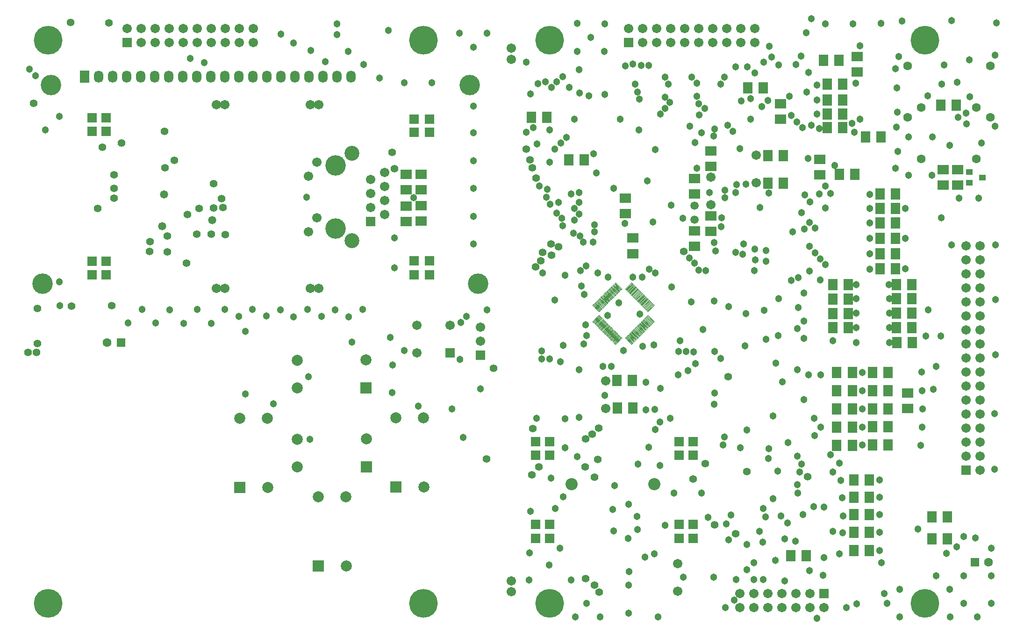
<source format=gbs>
%FSLAX43Y43*%
%MOMM*%
G71*
G01*
G75*
%ADD10C,0.300*%
%ADD11R,1.800X1.600*%
%ADD12R,1.500X1.300*%
%ADD13O,1.800X0.350*%
%ADD14O,1.800X0.350*%
%ADD15R,2.500X0.500*%
%ADD16R,2.500X2.000*%
%ADD17R,1.600X1.800*%
%ADD18R,2.150X0.600*%
%ADD19R,2.150X0.600*%
%ADD20R,0.850X1.300*%
%ADD21R,1.300X0.850*%
%ADD22R,1.450X0.550*%
%ADD23R,1.450X0.550*%
%ADD24C,0.250*%
%ADD25R,0.300X1.600*%
%ADD26R,2.200X0.600*%
%ADD27R,2.700X2.500*%
%ADD28R,0.600X2.150*%
%ADD29R,1.550X0.600*%
%ADD30R,0.600X1.700*%
%ADD31R,1.300X1.500*%
%ADD32R,1.550X0.600*%
%ADD33R,2.200X0.550*%
%ADD34R,2.200X0.550*%
%ADD35R,2.200X0.600*%
%ADD36C,0.063*%
%ADD37R,0.600X2.150*%
%ADD38R,1.700X0.600*%
%ADD39R,1.700X0.600*%
%ADD40C,0.500*%
%ADD41C,1.000*%
%ADD42C,0.400*%
%ADD43C,0.600*%
%ADD44C,0.800*%
%ADD45C,0.100*%
%ADD46C,1.200*%
%ADD47R,1.500X1.500*%
%ADD48C,1.500*%
%ADD49C,1.800*%
%ADD50R,1.800X1.800*%
%ADD51O,1.500X2.000*%
%ADD52R,1.500X2.000*%
%ADD53R,1.400X1.400*%
%ADD54C,1.400*%
%ADD55C,2.500*%
%ADD56C,3.500*%
%ADD57C,5.000*%
%ADD58C,1.100*%
%ADD59C,1.500*%
%ADD60C,2.000*%
%ADD61C,1.300*%
%ADD62C,1.270*%
%ADD63R,0.950X0.900*%
%ADD64C,0.700*%
%ADD65R,2.003X1.803*%
%ADD66R,1.703X1.503*%
%ADD67O,2.003X0.553*%
%ADD68O,2.003X0.553*%
%ADD69R,2.703X0.703*%
%ADD70R,2.703X2.203*%
%ADD71R,1.803X2.003*%
%ADD72R,2.353X0.803*%
%ADD73R,2.353X0.803*%
%ADD74R,1.053X1.503*%
%ADD75R,1.503X1.053*%
%ADD76R,1.653X0.753*%
%ADD77R,1.653X0.753*%
%ADD78R,0.503X1.803*%
%ADD79R,2.403X0.803*%
%ADD80R,2.903X2.703*%
%ADD81R,0.803X2.353*%
%ADD82R,1.753X0.803*%
%ADD83R,0.803X1.903*%
%ADD84R,1.503X1.703*%
%ADD85R,1.753X0.803*%
%ADD86R,2.403X0.753*%
%ADD87R,2.403X0.753*%
%ADD88R,2.403X0.803*%
%ADD89R,0.803X2.353*%
%ADD90R,1.903X0.803*%
%ADD91R,1.903X0.803*%
%ADD92C,1.403*%
%ADD93R,1.703X1.703*%
%ADD94C,1.703*%
%ADD95C,2.003*%
%ADD96R,2.003X2.003*%
%ADD97O,1.703X2.203*%
%ADD98R,1.703X2.203*%
%ADD99R,1.603X1.603*%
%ADD100C,1.603*%
%ADD101C,2.703*%
%ADD102C,3.703*%
%ADD103C,5.203*%
%ADD104C,1.303*%
%ADD105C,1.703*%
%ADD106C,2.203*%
%ADD107C,1.503*%
%ADD108C,1.473*%
%ADD109R,1.153X1.103*%
D45*
X107703Y52661D02*
X107418Y52946D01*
X108587Y54115D01*
X108872Y53830D01*
X107703Y52661D01*
Y52778D02*
X107536Y52946D01*
X108587Y53997D01*
X108755Y53830D01*
X107703Y52778D01*
Y52896D02*
X107654Y52946D01*
X108587Y53879D01*
X108637Y53830D01*
X107703Y52896D01*
X107747Y52971D02*
X108544Y53804D01*
X115484Y55421D02*
X115199Y55135D01*
X114030Y56304D01*
X114315Y56590D01*
X115484Y55421D01*
X115366D02*
X115199Y55253D01*
X114148Y56304D01*
X114315Y56472D01*
X115366Y55421D01*
X115248D02*
X115199Y55371D01*
X114265Y56304D01*
X114315Y56354D01*
X115248Y55421D01*
X115173Y55464D02*
X114340Y56261D01*
X115130Y55067D02*
X114845Y54782D01*
X113676Y55951D01*
X113961Y56236D01*
X115130Y55067D01*
X115012D02*
X114845Y54900D01*
X113794Y55951D01*
X113961Y56118D01*
X115012Y55067D01*
X114895D02*
X114845Y55018D01*
X113912Y55951D01*
X113961Y56000D01*
X114895Y55067D01*
X114820Y55110D02*
X113987Y55908D01*
X114777Y54713D02*
X114492Y54428D01*
X113323Y55597D01*
X113608Y55882D01*
X114777Y54713D01*
X114659D02*
X114492Y54546D01*
X113440Y55597D01*
X113608Y55765D01*
X114659Y54713D01*
X114541D02*
X114492Y54664D01*
X113558Y55597D01*
X113608Y55647D01*
X114541Y54713D01*
X114466Y54757D02*
X113633Y55554D01*
X114423Y54360D02*
X114138Y54075D01*
X112969Y55244D01*
X113254Y55529D01*
X114423Y54360D01*
X114305D02*
X114138Y54193D01*
X113087Y55244D01*
X113254Y55411D01*
X114305Y54360D01*
X114187D02*
X114138Y54311D01*
X113205Y55244D01*
X113254Y55293D01*
X114187Y54360D01*
X114113Y54403D02*
X113279Y55201D01*
X114070Y54006D02*
X113784Y53721D01*
X112615Y54890D01*
X112901Y55175D01*
X114070Y54006D01*
X113952D02*
X113784Y53839D01*
X112733Y54890D01*
X112901Y55057D01*
X113952Y54006D01*
X113834D02*
X113784Y53957D01*
X112851Y54890D01*
X112901Y54940D01*
X113834Y54006D01*
X113759Y54050D02*
X112926Y54847D01*
X113716Y53653D02*
X113431Y53368D01*
X112262Y54537D01*
X112547Y54822D01*
X113716Y53653D01*
X113598D02*
X113431Y53486D01*
X112380Y54537D01*
X112547Y54704D01*
X113598Y53653D01*
X113480D02*
X113431Y53603D01*
X112498Y54537D01*
X112547Y54586D01*
X113480Y53653D01*
X113406Y53696D02*
X112572Y54493D01*
X113362Y53299D02*
X113077Y53014D01*
X111908Y54183D01*
X112193Y54468D01*
X113362Y53299D01*
X113245D02*
X113077Y53132D01*
X112026Y54183D01*
X112193Y54350D01*
X113245Y53299D01*
X113127D02*
X113077Y53250D01*
X112144Y54183D01*
X112193Y54233D01*
X113127Y53299D01*
X113052Y53342D02*
X112219Y54140D01*
X113009Y52946D02*
X112724Y52661D01*
X111555Y53830D01*
X111840Y54115D01*
X113009Y52946D01*
X112891D02*
X112724Y52778D01*
X111673Y53830D01*
X111840Y53997D01*
X112891Y52946D01*
X112773D02*
X112724Y52896D01*
X111791Y53830D01*
X111840Y53879D01*
X112773Y52946D01*
X112699Y52989D02*
X111865Y53786D01*
X112655Y52592D02*
X112370Y52307D01*
X111201Y53476D01*
X111486Y53761D01*
X112655Y52592D01*
X112538D02*
X112370Y52425D01*
X111319Y53476D01*
X111486Y53643D01*
X112538Y52592D01*
X112420D02*
X112370Y52543D01*
X111437Y53476D01*
X111486Y53525D01*
X112420Y52592D01*
X112345Y52635D02*
X111512Y53433D01*
X112302Y52239D02*
X112017Y51953D01*
X110848Y53122D01*
X111133Y53408D01*
X112302Y52239D01*
X112184D02*
X112017Y52071D01*
X110966Y53122D01*
X111133Y53290D01*
X112184Y52239D01*
X112066D02*
X112017Y52189D01*
X111083Y53122D01*
X111133Y53172D01*
X112066Y52239D01*
X111991Y52282D02*
X111158Y53079D01*
X111948Y51885D02*
X111663Y51600D01*
X110494Y52769D01*
X110779Y53054D01*
X111948Y51885D01*
X111830D02*
X111663Y51718D01*
X110612Y52769D01*
X110779Y52936D01*
X111830Y51885D01*
X111713D02*
X111663Y51836D01*
X110730Y52769D01*
X110779Y52818D01*
X111713Y51885D01*
X111638Y51928D02*
X110805Y52726D01*
X108764Y51600D02*
X108479Y51885D01*
X109648Y53054D01*
X109933Y52769D01*
X108764Y51600D01*
Y51718D02*
X108597Y51885D01*
X109648Y52936D01*
X109815Y52769D01*
X108764Y51718D01*
Y51836D02*
X108715Y51885D01*
X109648Y52818D01*
X109697Y52769D01*
X108764Y51836D01*
X108807Y51910D02*
X109605Y52744D01*
X108410Y51953D02*
X108125Y52239D01*
X109294Y53408D01*
X109579Y53122D01*
X108410Y51953D01*
Y52071D02*
X108243Y52239D01*
X109294Y53290D01*
X109462Y53122D01*
X108410Y52071D01*
Y52189D02*
X108361Y52239D01*
X109294Y53172D01*
X109344Y53122D01*
X108410Y52189D01*
X108454Y52264D02*
X109251Y53097D01*
X108057Y52307D02*
X107772Y52592D01*
X108941Y53761D01*
X109226Y53476D01*
X108057Y52307D01*
Y52425D02*
X107890Y52592D01*
X108941Y53643D01*
X109108Y53476D01*
X108057Y52425D01*
Y52543D02*
X108007Y52592D01*
X108941Y53525D01*
X108990Y53476D01*
X108057Y52543D01*
X108100Y52617D02*
X108898Y53451D01*
X107350Y53014D02*
X107065Y53299D01*
X108234Y54468D01*
X108519Y54183D01*
X107350Y53014D01*
Y53132D02*
X107183Y53299D01*
X108234Y54350D01*
X108401Y54183D01*
X107350Y53132D01*
Y53250D02*
X107300Y53299D01*
X108234Y54233D01*
X108283Y54183D01*
X107350Y53250D01*
X107393Y53324D02*
X108190Y54158D01*
X106996Y53368D02*
X106711Y53653D01*
X107880Y54822D01*
X108165Y54537D01*
X106996Y53368D01*
Y53486D02*
X106829Y53653D01*
X107880Y54704D01*
X108047Y54537D01*
X106996Y53486D01*
Y53603D02*
X106947Y53653D01*
X107880Y54586D01*
X107929Y54537D01*
X106996Y53603D01*
X107039Y53678D02*
X107837Y54511D01*
X106643Y53721D02*
X106358Y54006D01*
X107527Y55175D01*
X107812Y54890D01*
X106643Y53721D01*
Y53839D02*
X106475Y54006D01*
X107527Y55057D01*
X107694Y54890D01*
X106643Y53839D01*
Y53957D02*
X106593Y54006D01*
X107527Y54940D01*
X107576Y54890D01*
X106643Y53957D01*
X106686Y54032D02*
X107483Y54865D01*
X106289Y54075D02*
X106004Y54360D01*
X107173Y55529D01*
X107458Y55244D01*
X106289Y54075D01*
Y54193D02*
X106122Y54360D01*
X107173Y55411D01*
X107340Y55244D01*
X106289Y54193D01*
Y54311D02*
X106240Y54360D01*
X107173Y55293D01*
X107222Y55244D01*
X106289Y54311D01*
X106332Y54385D02*
X107130Y55219D01*
X105936Y54428D02*
X105650Y54713D01*
X106819Y55882D01*
X107105Y55597D01*
X105936Y54428D01*
Y54546D02*
X105768Y54713D01*
X106819Y55765D01*
X106987Y55597D01*
X105936Y54546D01*
Y54664D02*
X105886Y54713D01*
X106819Y55647D01*
X106869Y55597D01*
X105936Y54664D01*
X105979Y54739D02*
X106776Y55572D01*
X105582Y54782D02*
X105297Y55067D01*
X106466Y56236D01*
X106751Y55951D01*
X105582Y54782D01*
Y54900D02*
X105415Y55067D01*
X106466Y56118D01*
X106633Y55951D01*
X105582Y54900D01*
Y55018D02*
X105533Y55067D01*
X106466Y56000D01*
X106515Y55951D01*
X105582Y55018D01*
X105625Y55092D02*
X106423Y55926D01*
X105228Y55135D02*
X104943Y55421D01*
X106112Y56590D01*
X106397Y56304D01*
X105228Y55135D01*
Y55253D02*
X105061Y55421D01*
X106112Y56472D01*
X106280Y56304D01*
X105228Y55253D01*
Y55371D02*
X105179Y55421D01*
X106112Y56354D01*
X106162Y56304D01*
X105228Y55371D01*
X105272Y55446D02*
X106069Y56279D01*
X104875Y55489D02*
X104590Y55774D01*
X105759Y56943D01*
X106044Y56658D01*
X104875Y55489D01*
Y55607D02*
X104708Y55774D01*
X105759Y56825D01*
X105926Y56658D01*
X104875Y55607D01*
Y55725D02*
X104826Y55774D01*
X105759Y56707D01*
X105808Y56658D01*
X104875Y55725D01*
X104918Y55799D02*
X105716Y56633D01*
X109933Y61678D02*
X109648Y61393D01*
X108479Y62562D01*
X108764Y62847D01*
X109933Y61678D01*
X109815D02*
X109648Y61511D01*
X108597Y62562D01*
X108764Y62730D01*
X109815Y61678D01*
X109697D02*
X109648Y61629D01*
X108715Y62562D01*
X108764Y62612D01*
X109697Y61678D01*
X109623Y61722D02*
X108789Y62519D01*
X109579Y61325D02*
X109294Y61040D01*
X108125Y62209D01*
X108410Y62494D01*
X109579Y61325D01*
X109462D02*
X109294Y61158D01*
X108243Y62209D01*
X108410Y62376D01*
X109462Y61325D01*
X109344D02*
X109294Y61276D01*
X108361Y62209D01*
X108410Y62258D01*
X109344Y61325D01*
X109269Y61368D02*
X108436Y62166D01*
X109226Y60971D02*
X108941Y60686D01*
X107772Y61855D01*
X108057Y62140D01*
X109226Y60971D01*
X109108D02*
X108941Y60804D01*
X107890Y61855D01*
X108057Y62022D01*
X109108Y60971D01*
X108990D02*
X108941Y60922D01*
X108008Y61855D01*
X108057Y61905D01*
X108990Y60971D01*
X108916Y61015D02*
X108082Y61812D01*
X108165Y59911D02*
X107880Y59626D01*
X106711Y60795D01*
X106996Y61080D01*
X108165Y59911D01*
X108047D02*
X107880Y59743D01*
X106829Y60795D01*
X106996Y60962D01*
X108047Y59911D01*
X107930D02*
X107880Y59861D01*
X106947Y60795D01*
X106996Y60844D01*
X107930Y59911D01*
X107855Y59954D02*
X107021Y60751D01*
X107812Y59557D02*
X107527Y59272D01*
X106358Y60441D01*
X106643Y60726D01*
X107812Y59557D01*
X107694D02*
X107527Y59390D01*
X106475Y60441D01*
X106643Y60608D01*
X107694Y59557D01*
X107576D02*
X107527Y59508D01*
X106593Y60441D01*
X106643Y60490D01*
X107576Y59557D01*
X107501Y59600D02*
X106668Y60398D01*
X107458Y59204D02*
X107173Y58919D01*
X106004Y60088D01*
X106289Y60373D01*
X107458Y59204D01*
X107340D02*
X107173Y59036D01*
X106122Y60088D01*
X106289Y60255D01*
X107340Y59204D01*
X107222D02*
X107173Y59154D01*
X106240Y60088D01*
X106289Y60137D01*
X107222Y59204D01*
X107148Y59247D02*
X106314Y60044D01*
X107105Y58850D02*
X106819Y58565D01*
X105650Y59734D01*
X105936Y60019D01*
X107105Y58850D01*
X106987D02*
X106819Y58683D01*
X105768Y59734D01*
X105936Y59901D01*
X106987Y58850D01*
X106869D02*
X106819Y58801D01*
X105886Y59734D01*
X105936Y59783D01*
X106869Y58850D01*
X106794Y58893D02*
X105961Y59691D01*
X106751Y58496D02*
X106466Y58211D01*
X105297Y59380D01*
X105582Y59665D01*
X106751Y58496D01*
X106633D02*
X106466Y58329D01*
X105415Y59380D01*
X105582Y59548D01*
X106633Y58496D01*
X106515D02*
X106466Y58447D01*
X105533Y59380D01*
X105582Y59430D01*
X106515Y58496D01*
X106441Y58540D02*
X105607Y59337D01*
X106397Y58143D02*
X106112Y57858D01*
X104943Y59027D01*
X105228Y59312D01*
X106397Y58143D01*
X106280D02*
X106112Y57976D01*
X105061Y59027D01*
X105228Y59194D01*
X106280Y58143D01*
X106162D02*
X106112Y58094D01*
X105179Y59027D01*
X105228Y59076D01*
X106162Y58143D01*
X106087Y58186D02*
X105254Y58984D01*
X106044Y57789D02*
X105759Y57504D01*
X104590Y58673D01*
X104875Y58958D01*
X106044Y57789D01*
X105926D02*
X105759Y57622D01*
X104708Y58673D01*
X104875Y58841D01*
X105926Y57789D01*
X105808D02*
X105759Y57740D01*
X104826Y58673D01*
X104875Y58723D01*
X105808Y57789D01*
X105734Y57833D02*
X104900Y58630D01*
X114315Y57858D02*
X114030Y58143D01*
X115199Y59312D01*
X115484Y59027D01*
X114315Y57858D01*
Y57976D02*
X114148Y58143D01*
X115199Y59194D01*
X115366Y59027D01*
X114315Y57976D01*
Y58094D02*
X114265Y58143D01*
X115199Y59076D01*
X115248Y59027D01*
X114315Y58094D01*
X114358Y58168D02*
X115155Y59002D01*
X113961Y58211D02*
X113676Y58496D01*
X114845Y59665D01*
X115130Y59380D01*
X113961Y58211D01*
Y58329D02*
X113794Y58496D01*
X114845Y59548D01*
X115012Y59380D01*
X113961Y58329D01*
Y58447D02*
X113912Y58496D01*
X114845Y59430D01*
X114895Y59380D01*
X113961Y58447D01*
X114004Y58522D02*
X114802Y59355D01*
X113608Y58565D02*
X113323Y58850D01*
X114492Y60019D01*
X114777Y59734D01*
X113608Y58565D01*
Y58683D02*
X113440Y58850D01*
X114492Y59901D01*
X114659Y59734D01*
X113608Y58683D01*
Y58801D02*
X113558Y58850D01*
X114492Y59783D01*
X114541Y59734D01*
X113608Y58801D01*
X113651Y58875D02*
X114448Y59709D01*
X113254Y58919D02*
X112969Y59204D01*
X114138Y60373D01*
X114423Y60088D01*
X113254Y58919D01*
Y59036D02*
X113087Y59204D01*
X114138Y60255D01*
X114305Y60088D01*
X113254Y59036D01*
Y59154D02*
X113205Y59204D01*
X114138Y60137D01*
X114187Y60088D01*
X113254Y59154D01*
X113297Y59229D02*
X114095Y60062D01*
X112901Y59272D02*
X112616Y59557D01*
X113785Y60726D01*
X114070Y60441D01*
X112901Y59272D01*
Y59390D02*
X112733Y59557D01*
X113785Y60608D01*
X113952Y60441D01*
X112901Y59390D01*
Y59508D02*
X112851Y59557D01*
X113785Y60490D01*
X113834Y60441D01*
X112901Y59508D01*
X112944Y59582D02*
X113741Y60416D01*
X112547Y59626D02*
X112262Y59911D01*
X113431Y61080D01*
X113716Y60795D01*
X112547Y59626D01*
Y59743D02*
X112380Y59911D01*
X113431Y60962D01*
X113598Y60795D01*
X112547Y59743D01*
Y59861D02*
X112498Y59911D01*
X113431Y60844D01*
X113480Y60795D01*
X112547Y59861D01*
X112590Y59936D02*
X113388Y60769D01*
X112194Y59979D02*
X111908Y60264D01*
X113077Y61433D01*
X113363Y61148D01*
X112194Y59979D01*
Y60097D02*
X112026Y60264D01*
X113077Y61315D01*
X113245Y61148D01*
X112194Y60097D01*
Y60215D02*
X112144Y60264D01*
X113077Y61198D01*
X113127Y61148D01*
X112194Y60215D01*
X112237Y60289D02*
X113034Y61123D01*
X111840Y60333D02*
X111555Y60618D01*
X112724Y61787D01*
X113009Y61502D01*
X111840Y60333D01*
Y60451D02*
X111673Y60618D01*
X112724Y61669D01*
X112891Y61502D01*
X111840Y60451D01*
Y60568D02*
X111791Y60618D01*
X112724Y61551D01*
X112773Y61502D01*
X111840Y60568D01*
X111883Y60643D02*
X112681Y61476D01*
X111486Y60686D02*
X111201Y60971D01*
X112370Y62140D01*
X112655Y61855D01*
X111486Y60686D01*
Y60804D02*
X111319Y60971D01*
X112370Y62022D01*
X112538Y61855D01*
X111486Y60804D01*
Y60922D02*
X111437Y60971D01*
X112370Y61905D01*
X112420Y61855D01*
X111486Y60922D01*
X111530Y60997D02*
X112327Y61830D01*
X111133Y61040D02*
X110848Y61325D01*
X112017Y62494D01*
X112302Y62209D01*
X111133Y61040D01*
Y61158D02*
X110966Y61325D01*
X112017Y62376D01*
X112184Y62209D01*
X111133Y61158D01*
Y61276D02*
X111083Y61325D01*
X112017Y62258D01*
X112066Y62209D01*
X111133Y61276D01*
X111176Y61350D02*
X111974Y62184D01*
X110779Y61393D02*
X110494Y61678D01*
X111663Y62847D01*
X111948Y62562D01*
X110779Y61393D01*
Y61511D02*
X110612Y61678D01*
X111663Y62730D01*
X111830Y62562D01*
X110779Y61511D01*
Y61629D02*
X110730Y61678D01*
X111663Y62612D01*
X111713Y62562D01*
X110779Y61629D01*
X110823Y61704D02*
X111620Y62537D01*
X108872Y60618D02*
X108587Y60333D01*
X107418Y61502D01*
X107703Y61787D01*
X108872Y60618D01*
X108755D02*
X108587Y60451D01*
X107536Y61502D01*
X107703Y61669D01*
X108755Y60618D01*
X108637D02*
X108587Y60568D01*
X107654Y61502D01*
X107703Y61551D01*
X108637Y60618D01*
X108562Y60661D02*
X107729Y61458D01*
X108519Y60264D02*
X108234Y59979D01*
X107065Y61148D01*
X107350Y61433D01*
X108519Y60264D01*
X108401D02*
X108234Y60097D01*
X107183Y61148D01*
X107350Y61315D01*
X108401Y60264D01*
X108283D02*
X108234Y60215D01*
X107300Y61148D01*
X107350Y61198D01*
X108283Y60264D01*
X108208Y60307D02*
X107375Y61105D01*
X114668Y57504D02*
X114383Y57789D01*
X115552Y58958D01*
X115837Y58673D01*
X114668Y57504D01*
Y57622D02*
X114501Y57789D01*
X115552Y58841D01*
X115719Y58673D01*
X114668Y57622D01*
Y57740D02*
X114619Y57789D01*
X115552Y58723D01*
X115602Y58673D01*
X114668Y57740D01*
X114712Y57815D02*
X115509Y58648D01*
X115837Y55774D02*
X115552Y55489D01*
X114383Y56658D01*
X114668Y56943D01*
X115837Y55774D01*
X115720D02*
X115552Y55607D01*
X114501Y56658D01*
X114668Y56825D01*
X115720Y55774D01*
X115602D02*
X115552Y55725D01*
X114619Y56658D01*
X114668Y56707D01*
X115602Y55774D01*
X115527Y55817D02*
X114694Y56615D01*
D65*
X70863Y73904D02*
D03*
Y76704D02*
D03*
X73576Y73928D02*
D03*
X73576Y76728D02*
D03*
X73576Y82428D02*
D03*
Y79628D02*
D03*
X70863Y82404D02*
D03*
X70863Y79604D02*
D03*
X168113Y83269D02*
D03*
Y80469D02*
D03*
X170724Y83284D02*
D03*
X170724Y80484D02*
D03*
X110557Y78132D02*
D03*
X110557Y75332D02*
D03*
X123081Y81664D02*
D03*
X123081Y78864D02*
D03*
X123118Y69389D02*
D03*
Y72189D02*
D03*
X161712Y40009D02*
D03*
Y42809D02*
D03*
X138662Y95207D02*
D03*
X138662Y92407D02*
D03*
X126021Y83848D02*
D03*
Y86648D02*
D03*
X126078Y74854D02*
D03*
Y72054D02*
D03*
X145778Y85154D02*
D03*
Y82354D02*
D03*
X152578Y103754D02*
D03*
Y100954D02*
D03*
X111952Y70869D02*
D03*
Y68069D02*
D03*
D71*
X166130Y16411D02*
D03*
X168930Y16411D02*
D03*
X168905Y20349D02*
D03*
X166105Y20349D02*
D03*
X111914Y40105D02*
D03*
X109114Y40105D02*
D03*
X111814Y45056D02*
D03*
X109014Y45056D02*
D03*
X154772Y14254D02*
D03*
X135570Y98119D02*
D03*
X159487Y65295D02*
D03*
X156687D02*
D03*
X158170Y46560D02*
D03*
X155370D02*
D03*
X103087Y85045D02*
D03*
X100287Y85045D02*
D03*
X151972Y17554D02*
D03*
X154772D02*
D03*
X151972Y20754D02*
D03*
X154772D02*
D03*
X151972Y23954D02*
D03*
X154772D02*
D03*
X162517Y51961D02*
D03*
X159717D02*
D03*
X148872Y33354D02*
D03*
X151672D02*
D03*
X148872Y36654D02*
D03*
X151672D02*
D03*
X148872Y39954D02*
D03*
X151672D02*
D03*
X147122Y95904D02*
D03*
X149922Y95904D02*
D03*
X154072Y89154D02*
D03*
X156872D02*
D03*
X148872Y43254D02*
D03*
X151672D02*
D03*
X148872Y46554D02*
D03*
X151672D02*
D03*
X151972Y27054D02*
D03*
X136387Y80845D02*
D03*
X139187Y80845D02*
D03*
X136387Y85845D02*
D03*
X139187D02*
D03*
X146472Y103054D02*
D03*
X149272D02*
D03*
X140557Y13308D02*
D03*
X143357D02*
D03*
X152172Y82454D02*
D03*
X149372Y82454D02*
D03*
X147172Y93354D02*
D03*
X149972D02*
D03*
X167674Y94951D02*
D03*
X170474D02*
D03*
X155370Y33360D02*
D03*
X158170D02*
D03*
X155370Y36660D02*
D03*
X158170D02*
D03*
X158174Y39951D02*
D03*
X155374D02*
D03*
X158174Y43251D02*
D03*
X155374D02*
D03*
X156687Y67995D02*
D03*
X159487D02*
D03*
X156687Y73595D02*
D03*
X159487D02*
D03*
X156687Y70795D02*
D03*
X159487D02*
D03*
X159487Y78845D02*
D03*
X156687D02*
D03*
X159487Y76245D02*
D03*
X156687Y76245D02*
D03*
X96362Y92708D02*
D03*
X93562D02*
D03*
X132770Y98119D02*
D03*
X150962Y54621D02*
D03*
Y57222D02*
D03*
X150962Y62408D02*
D03*
X150962Y59823D02*
D03*
X154772Y27054D02*
D03*
X149972Y90854D02*
D03*
X147172Y90854D02*
D03*
X147127Y98798D02*
D03*
X149927Y98798D02*
D03*
X148162Y57222D02*
D03*
X148162Y62408D02*
D03*
X148162Y59823D02*
D03*
X151972Y14254D02*
D03*
X148162Y54621D02*
D03*
X162452Y62423D02*
D03*
X159652Y62423D02*
D03*
X162452Y59873D02*
D03*
X159652Y59873D02*
D03*
X162502Y57272D02*
D03*
X159702Y57272D02*
D03*
X162452Y54671D02*
D03*
X159652Y54671D02*
D03*
D92*
X35961Y80700D02*
D03*
Y76300D02*
D03*
X10053Y109900D02*
D03*
X16997Y109828D02*
D03*
X4051Y58115D02*
D03*
X3351Y95324D02*
D03*
X86722Y47300D02*
D03*
X85422Y30858D02*
D03*
X17905Y82371D02*
D03*
X19255Y88122D02*
D03*
X17955Y79870D02*
D03*
X15854Y87322D02*
D03*
X17905Y78120D02*
D03*
X15004Y76269D02*
D03*
X38110Y71518D02*
D03*
X35509Y71618D02*
D03*
X37659Y76419D02*
D03*
X33358Y76269D02*
D03*
X32908Y71618D02*
D03*
X27557Y68367D02*
D03*
X31097Y66317D02*
D03*
X27607Y71218D02*
D03*
X24356Y68467D02*
D03*
X24456Y70268D02*
D03*
X27207Y83621D02*
D03*
X27057Y90223D02*
D03*
X28857Y84971D02*
D03*
X31258Y75119D02*
D03*
X2401Y50163D02*
D03*
X3901D02*
D03*
X4051Y51763D02*
D03*
X10253Y58565D02*
D03*
X17554Y58600D02*
D03*
X37409Y78020D02*
D03*
X68317Y86372D02*
D03*
X68717Y83421D02*
D03*
X122855Y27208D02*
D03*
X132557Y28558D02*
D03*
X126756Y18956D02*
D03*
X130507Y17305D02*
D03*
X129207Y45801D02*
D03*
X143560Y27658D02*
D03*
X125005Y30009D02*
D03*
X92597Y86973D02*
D03*
X105000Y8003D02*
D03*
Y27558D02*
D03*
X93598Y27958D02*
D03*
X93297Y85072D02*
D03*
X94898Y29408D02*
D03*
X103350Y9203D02*
D03*
X103300Y29458D02*
D03*
X93748Y83572D02*
D03*
X93798Y36360D02*
D03*
X105751Y36460D02*
D03*
X105801Y6753D02*
D03*
X105601Y30759D02*
D03*
X94398Y81722D02*
D03*
X94348Y65618D02*
D03*
X95248Y66768D02*
D03*
X95598Y68268D02*
D03*
X97198Y67768D02*
D03*
X97098Y69819D02*
D03*
X98499Y69319D02*
D03*
X104550Y35360D02*
D03*
X103350Y34460D02*
D03*
X121155Y68418D02*
D03*
D93*
X14000Y92700D02*
D03*
X16500D02*
D03*
X14000Y90200D02*
D03*
X16500D02*
D03*
X14000Y66700D02*
D03*
X16500D02*
D03*
X14000Y64200D02*
D03*
X16500D02*
D03*
X20350Y106300D02*
D03*
X78809Y50101D02*
D03*
X75069Y66716D02*
D03*
X72269Y66716D02*
D03*
X72269Y64216D02*
D03*
Y90016D02*
D03*
Y92416D02*
D03*
X75069Y64216D02*
D03*
X75069Y90016D02*
D03*
X64419Y73871D02*
D03*
X75069Y92416D02*
D03*
X84321Y49663D02*
D03*
X146561Y6501D02*
D03*
X96822Y34001D02*
D03*
X120322D02*
D03*
X122822D02*
D03*
X94322Y31501D02*
D03*
X120322D02*
D03*
X122822D02*
D03*
X172274Y28851D02*
D03*
X111174Y106301D02*
D03*
X94322Y19001D02*
D03*
Y16501D02*
D03*
X96822Y19001D02*
D03*
Y16501D02*
D03*
X120322Y19001D02*
D03*
Y16501D02*
D03*
X122822Y19001D02*
D03*
Y16501D02*
D03*
X94322Y34001D02*
D03*
X96822Y31501D02*
D03*
D94*
X22890Y106300D02*
D03*
X22890Y108840D02*
D03*
X25430Y106300D02*
D03*
Y108840D02*
D03*
X27970Y106300D02*
D03*
X27970Y108840D02*
D03*
X30510Y106300D02*
D03*
Y108840D02*
D03*
X33050Y106300D02*
D03*
Y108840D02*
D03*
X35590Y106300D02*
D03*
Y108840D02*
D03*
X38130Y106300D02*
D03*
Y108840D02*
D03*
X40670Y106300D02*
D03*
Y108840D02*
D03*
X43210Y106300D02*
D03*
Y108840D02*
D03*
X20350D02*
D03*
X78809Y55101D02*
D03*
X72809Y55101D02*
D03*
Y50101D02*
D03*
X53169Y82116D02*
D03*
X54689Y74546D02*
D03*
X66969Y80221D02*
D03*
X64419Y76411D02*
D03*
X66969Y75141D02*
D03*
X54689Y84626D02*
D03*
X53169Y72006D02*
D03*
X64419Y78951D02*
D03*
X66969Y77681D02*
D03*
X66969Y82761D02*
D03*
X64419Y81491D02*
D03*
X84321Y54743D02*
D03*
Y52203D02*
D03*
X133861Y3961D02*
D03*
Y6501D02*
D03*
X131321Y3961D02*
D03*
Y6501D02*
D03*
X141481Y3961D02*
D03*
X146561Y3961D02*
D03*
X144021Y6501D02*
D03*
X144021Y3961D02*
D03*
X141481Y6501D02*
D03*
X138941D02*
D03*
Y3961D02*
D03*
X136401Y6501D02*
D03*
Y3961D02*
D03*
X174814Y46631D02*
D03*
X107051Y39969D02*
D03*
X107051Y44969D02*
D03*
X120054Y6911D02*
D03*
X120054Y11911D02*
D03*
X174814Y49171D02*
D03*
X172274D02*
D03*
X172274Y51711D02*
D03*
X172274Y33931D02*
D03*
X172274Y64411D02*
D03*
X174814Y61871D02*
D03*
X172274Y61871D02*
D03*
X174814Y59331D02*
D03*
X172274D02*
D03*
X174814Y56791D02*
D03*
X172274D02*
D03*
X174814Y54251D02*
D03*
X172274Y54251D02*
D03*
X174814Y69491D02*
D03*
X172274Y69491D02*
D03*
X174814Y66951D02*
D03*
X172274D02*
D03*
X174814Y44091D02*
D03*
Y51711D02*
D03*
Y64411D02*
D03*
X172274Y39011D02*
D03*
X121334Y108841D02*
D03*
X116254D02*
D03*
X113714D02*
D03*
X113714Y106301D02*
D03*
X111174Y108841D02*
D03*
X126414Y106301D02*
D03*
X131494D02*
D03*
X118794Y108841D02*
D03*
X126075Y81943D02*
D03*
Y76943D02*
D03*
X134274Y80859D02*
D03*
Y85859D02*
D03*
X116254Y106301D02*
D03*
X118794D02*
D03*
X121334Y106301D02*
D03*
X123874Y106301D02*
D03*
X128954Y106301D02*
D03*
Y108841D02*
D03*
X131494D02*
D03*
X134034Y106301D02*
D03*
Y108841D02*
D03*
X123874Y108841D02*
D03*
X126414D02*
D03*
X53500Y61785D02*
D03*
X55000D02*
D03*
X53500Y95065D02*
D03*
X55000D02*
D03*
X38000Y95065D02*
D03*
X36500D02*
D03*
X38000Y61800D02*
D03*
X36500D02*
D03*
X89924Y8801D02*
D03*
Y6801D02*
D03*
X89874Y103251D02*
D03*
Y105251D02*
D03*
D95*
X63600Y48830D02*
D03*
X51100Y48750D02*
D03*
Y43750D02*
D03*
X45780Y25700D02*
D03*
X45700Y38200D02*
D03*
X40700D02*
D03*
X51150Y34400D02*
D03*
X63650Y34480D02*
D03*
X51150Y29400D02*
D03*
X74050Y25800D02*
D03*
X73970Y38300D02*
D03*
X68970Y38300D02*
D03*
X59980Y11500D02*
D03*
X59900Y24000D02*
D03*
X54900D02*
D03*
D96*
X63600Y43750D02*
D03*
X40700Y25700D02*
D03*
X63650Y29400D02*
D03*
X68970Y25800D02*
D03*
X54900Y11500D02*
D03*
D97*
X27813Y100131D02*
D03*
X55753D02*
D03*
X53213D02*
D03*
X50673D02*
D03*
X48133D02*
D03*
X45593D02*
D03*
X43053D02*
D03*
X40513D02*
D03*
X37973D02*
D03*
X35433D02*
D03*
X32893D02*
D03*
X20193D02*
D03*
X17653D02*
D03*
X25273D02*
D03*
X22733D02*
D03*
X58293D02*
D03*
X15113D02*
D03*
X30353D02*
D03*
X60833D02*
D03*
D98*
X12573D02*
D03*
D99*
X19185Y51936D02*
D03*
X173886Y12143D02*
D03*
D100*
X16685Y51936D02*
D03*
X176386Y12143D02*
D03*
X164180Y94541D02*
D03*
X174180D02*
D03*
X176680Y102041D02*
D03*
X161680D02*
D03*
X164180Y85241D02*
D03*
X174180D02*
D03*
X176680Y92741D02*
D03*
X161680D02*
D03*
D101*
X61069Y70416D02*
D03*
Y86216D02*
D03*
D102*
X58069Y84016D02*
D03*
Y72616D02*
D03*
X82400Y98600D02*
D03*
X83900Y62650D02*
D03*
X4950D02*
D03*
X6500Y98600D02*
D03*
D103*
X6000Y106700D02*
D03*
X6000Y4700D02*
D03*
X74000Y4700D02*
D03*
X74000Y106700D02*
D03*
X164824Y106701D02*
D03*
X164824Y4701D02*
D03*
X96824D02*
D03*
X96824Y106701D02*
D03*
D104*
X135534Y9002D02*
D03*
X133871D02*
D03*
X128682Y3951D02*
D03*
X130633Y9002D02*
D03*
X98872Y88122D02*
D03*
X97772Y87022D02*
D03*
X99925Y89151D02*
D03*
X85472Y57865D02*
D03*
X8002Y92900D02*
D03*
X5501Y90473D02*
D03*
X68017Y52913D02*
D03*
X70518Y50463D02*
D03*
X83021Y69768D02*
D03*
Y74800D02*
D03*
Y79900D02*
D03*
Y84900D02*
D03*
X83050Y89923D02*
D03*
X83021Y94800D02*
D03*
X75519Y99025D02*
D03*
X70518D02*
D03*
X66017Y99900D02*
D03*
X63166Y102300D02*
D03*
X60350Y104726D02*
D03*
X56214Y102800D02*
D03*
X53550Y104876D02*
D03*
X67667Y108500D02*
D03*
X83021Y105427D02*
D03*
X85472Y107977D02*
D03*
X80470D02*
D03*
X8002Y62966D02*
D03*
X63016Y57965D02*
D03*
X60450Y56614D02*
D03*
X58015Y57900D02*
D03*
X55514Y56664D02*
D03*
X53013Y57965D02*
D03*
X50450Y56614D02*
D03*
X48062Y57900D02*
D03*
X45511Y56764D02*
D03*
X43011Y57965D02*
D03*
X40510Y56700D02*
D03*
X38010Y57965D02*
D03*
X35509Y55400D02*
D03*
X33008Y57965D02*
D03*
X30550Y55414D02*
D03*
X28007Y57900D02*
D03*
X25506Y55500D02*
D03*
X23006Y57965D02*
D03*
X20450Y55464D02*
D03*
X8102Y58665D02*
D03*
X72218Y78170D02*
D03*
X52863Y78270D02*
D03*
X80720Y55614D02*
D03*
X81750Y56650D02*
D03*
X41750Y54000D02*
D03*
Y42650D02*
D03*
X79125Y39900D02*
D03*
X84300Y43550D02*
D03*
X81150Y34750D02*
D03*
X58315Y107727D02*
D03*
X68350Y42900D02*
D03*
X68400Y47900D02*
D03*
X58293Y109678D02*
D03*
X50450Y106200D02*
D03*
X48150Y107850D02*
D03*
X3751Y100275D02*
D03*
X2598Y101476D02*
D03*
X31750Y103450D02*
D03*
X34250Y102650D02*
D03*
X53150Y45800D02*
D03*
X53450Y34400D02*
D03*
X61050Y52000D02*
D03*
X73050Y40400D02*
D03*
X46850Y40850D02*
D03*
X80570Y48862D02*
D03*
X68717Y65466D02*
D03*
Y70918D02*
D03*
X173944Y16554D02*
D03*
X170593Y14954D02*
D03*
X163541Y18155D02*
D03*
X137309Y38611D02*
D03*
X126656Y40761D02*
D03*
X127806Y49063D02*
D03*
X126706Y42762D02*
D03*
Y50364D02*
D03*
X132207Y51314D02*
D03*
X148162Y52264D02*
D03*
X136058Y52564D02*
D03*
X142874Y52714D02*
D03*
X158414Y51964D02*
D03*
X152362D02*
D03*
X123155Y88173D02*
D03*
X116853Y37511D02*
D03*
X116903Y43662D02*
D03*
X113603Y63767D02*
D03*
X103390Y55149D02*
D03*
X103027Y51699D02*
D03*
X103577Y53250D02*
D03*
X102602Y62187D02*
D03*
X123824Y65051D02*
D03*
X123224Y48101D02*
D03*
X103152Y60687D02*
D03*
X97776Y59651D02*
D03*
X98776Y48499D02*
D03*
X113728Y51248D02*
D03*
X111952Y63787D02*
D03*
X99676Y64103D02*
D03*
X136408Y95825D02*
D03*
X141460Y102277D02*
D03*
X138309Y102227D02*
D03*
X131357Y32909D02*
D03*
X136508Y30909D02*
D03*
X132583Y36109D02*
D03*
X135724Y57766D02*
D03*
X136558Y32709D02*
D03*
X151662Y91624D02*
D03*
X145311Y93358D02*
D03*
X144260Y91274D02*
D03*
X143410Y97326D02*
D03*
X133258Y96175D02*
D03*
X102300Y97126D02*
D03*
X93348Y97025D02*
D03*
X156663Y17551D02*
D03*
Y23951D02*
D03*
X116024Y86923D02*
D03*
X143960Y10654D02*
D03*
X126605Y89322D02*
D03*
X126705Y90673D02*
D03*
X156663Y27058D02*
D03*
X136074Y68651D02*
D03*
X136574Y79001D02*
D03*
X134924Y76451D02*
D03*
X125824Y79151D02*
D03*
X123524Y83551D02*
D03*
X103452Y65787D02*
D03*
X147724Y31601D02*
D03*
X159924Y86551D02*
D03*
X141760Y31359D02*
D03*
X142474Y75501D02*
D03*
X130274Y5301D02*
D03*
X100724Y78851D02*
D03*
X132374Y57201D02*
D03*
X113202Y57137D02*
D03*
X109352Y59137D02*
D03*
X107352Y56837D02*
D03*
X108451Y79921D02*
D03*
X114524Y81201D02*
D03*
X113024Y90451D02*
D03*
X109674Y92401D02*
D03*
X104800Y86151D02*
D03*
X105274Y82651D02*
D03*
X132574Y10751D02*
D03*
X134824Y17751D02*
D03*
X148124D02*
D03*
Y28501D02*
D03*
X135574Y21901D02*
D03*
X140324Y96601D02*
D03*
X164368Y43245D02*
D03*
X164374Y39951D02*
D03*
X164368Y36645D02*
D03*
X164115Y33309D02*
D03*
X164274Y46601D02*
D03*
X143710Y85273D02*
D03*
X132624Y101877D02*
D03*
X153513Y36651D02*
D03*
X138259Y53214D02*
D03*
X141724Y47001D02*
D03*
X141810Y24657D02*
D03*
X156663Y14255D02*
D03*
Y20745D02*
D03*
X137824Y48201D02*
D03*
X152012Y90024D02*
D03*
X153063Y105728D02*
D03*
X148474Y84051D02*
D03*
X142724Y20801D02*
D03*
X142110Y28458D02*
D03*
X141710Y26208D02*
D03*
X139924Y19251D02*
D03*
X141424Y15951D02*
D03*
X159474Y101551D02*
D03*
X154874Y68001D02*
D03*
X153513Y39951D02*
D03*
X142874Y41651D02*
D03*
X142510Y29959D02*
D03*
X153513Y46560D02*
D03*
Y43251D02*
D03*
X139024Y44851D02*
D03*
X138159Y28658D02*
D03*
X154874Y65273D02*
D03*
Y73595D02*
D03*
X174574Y78101D02*
D03*
X171024Y78120D02*
D03*
X170824Y92751D02*
D03*
X172374Y91551D02*
D03*
X159674Y90951D02*
D03*
X154874Y70795D02*
D03*
Y78801D02*
D03*
Y76251D02*
D03*
X153513Y33358D02*
D03*
X144824Y35051D02*
D03*
X144660Y22257D02*
D03*
X144774Y38251D02*
D03*
X137335Y23656D02*
D03*
X141610Y91874D02*
D03*
X122624Y100001D02*
D03*
X117724D02*
D03*
X123524Y98951D02*
D03*
X118324Y98801D02*
D03*
X123524Y96551D02*
D03*
X117752Y96424D02*
D03*
X118603Y95424D02*
D03*
X124974Y94351D02*
D03*
X117752Y94374D02*
D03*
X123904Y93173D02*
D03*
X116952Y93374D02*
D03*
X114774Y102151D02*
D03*
X113403Y102177D02*
D03*
X111951Y102376D02*
D03*
X130724Y80551D02*
D03*
X130074Y90201D02*
D03*
X136674Y105601D02*
D03*
X122253Y91123D02*
D03*
X129124Y91301D02*
D03*
X130574Y79151D02*
D03*
X131957Y69819D02*
D03*
X146774Y76351D02*
D03*
X143924Y73701D02*
D03*
X133924Y65001D02*
D03*
X136074Y66701D02*
D03*
X134074Y66951D02*
D03*
X120252Y50337D02*
D03*
X95425Y50449D02*
D03*
X121602Y50337D02*
D03*
X95425Y48999D02*
D03*
X122952Y50287D02*
D03*
X96825Y48949D02*
D03*
X101374Y74151D02*
D03*
X102174Y75201D02*
D03*
X101374Y76251D02*
D03*
X122174Y67301D02*
D03*
X102174Y77351D02*
D03*
X107451Y63767D02*
D03*
X102174Y79151D02*
D03*
X112324Y98751D02*
D03*
X128474Y100051D02*
D03*
X128624Y79551D02*
D03*
X123874Y95201D02*
D03*
X112724Y97351D02*
D03*
X127824Y98801D02*
D03*
X128574Y78151D02*
D03*
X92647Y102777D02*
D03*
X93848Y90874D02*
D03*
X92574Y90051D02*
D03*
X145261Y98626D02*
D03*
X152274Y98951D02*
D03*
X143074Y78701D02*
D03*
X144274Y110601D02*
D03*
X145261Y95875D02*
D03*
X143724Y100851D02*
D03*
X124374Y89951D02*
D03*
X169324Y87651D02*
D03*
X131324Y87051D02*
D03*
X132374Y80601D02*
D03*
X134024Y68851D02*
D03*
X140009Y33810D02*
D03*
X140609Y63217D02*
D03*
X127932Y72918D02*
D03*
X124624Y54351D02*
D03*
X106874Y96901D02*
D03*
X142674Y90851D02*
D03*
X144024Y77451D02*
D03*
X138309Y59916D02*
D03*
X129274Y58451D02*
D03*
X143760Y46063D02*
D03*
X110601Y102076D02*
D03*
X134058Y100776D02*
D03*
X100399Y98126D02*
D03*
X135608Y102727D02*
D03*
X99199Y100151D02*
D03*
X94698Y98876D02*
D03*
X96124Y99225D02*
D03*
X130557Y101927D02*
D03*
X98149Y99151D02*
D03*
X135258Y94725D02*
D03*
X113102Y96025D02*
D03*
X147711Y78921D02*
D03*
X145674Y78901D02*
D03*
X94998Y80321D02*
D03*
X96448Y79721D02*
D03*
X96298Y78271D02*
D03*
X96948Y76970D02*
D03*
X98499Y77371D02*
D03*
X121905Y46863D02*
D03*
X120154Y46113D02*
D03*
X110252Y50464D02*
D03*
X108001Y47663D02*
D03*
X106501D02*
D03*
X123105Y66318D02*
D03*
X125156Y64967D02*
D03*
X110502Y73520D02*
D03*
X114853Y65217D02*
D03*
X98099Y75420D02*
D03*
X94498Y38261D02*
D03*
X95598Y64567D02*
D03*
X105551D02*
D03*
X116003Y64517D02*
D03*
X102450Y64967D02*
D03*
X104750Y70119D02*
D03*
X99049Y74470D02*
D03*
X99199Y73069D02*
D03*
X101149Y71769D02*
D03*
X104950Y73270D02*
D03*
Y71969D02*
D03*
X102350Y71269D02*
D03*
X102950Y70119D02*
D03*
X158314Y62423D02*
D03*
X143010Y72519D02*
D03*
X144910Y72669D02*
D03*
X143910Y69419D02*
D03*
X144910Y68218D02*
D03*
X145911Y67118D02*
D03*
X146811Y66118D02*
D03*
X143924Y64867D02*
D03*
X152362Y62423D02*
D03*
X141910Y63717D02*
D03*
X141860Y58266D02*
D03*
X158364Y59916D02*
D03*
Y57265D02*
D03*
Y54665D02*
D03*
X152362Y59916D02*
D03*
Y54665D02*
D03*
Y57265D02*
D03*
X142935Y60876D02*
D03*
X142910Y55815D02*
D03*
X141724Y54500D02*
D03*
X115979Y36159D02*
D03*
X115879Y39860D02*
D03*
X99275Y24006D02*
D03*
X99625Y38110D02*
D03*
Y32908D02*
D03*
X111078Y16504D02*
D03*
X111178Y22656D02*
D03*
X111228Y10453D02*
D03*
X135934Y20382D02*
D03*
X97825Y21856D02*
D03*
X97124Y27357D02*
D03*
X125582Y20255D02*
D03*
X140835Y72018D02*
D03*
X128032Y74519D02*
D03*
X130533Y68267D02*
D03*
X126932Y68567D02*
D03*
X128482Y34809D02*
D03*
X131833Y67917D02*
D03*
X126682Y70018D02*
D03*
X128282Y33408D02*
D03*
X114779Y32958D02*
D03*
X114079Y13103D02*
D03*
X112778Y18055D02*
D03*
X112678Y20405D02*
D03*
X129683Y20705D02*
D03*
X115779Y13653D02*
D03*
X146537Y12953D02*
D03*
X150638Y3951D02*
D03*
X156940Y12053D02*
D03*
X157440Y6502D02*
D03*
X97149Y98201D02*
D03*
X98725Y14704D02*
D03*
X132583Y15404D02*
D03*
X112878Y29908D02*
D03*
X121071Y9402D02*
D03*
X126532D02*
D03*
X117771Y18805D02*
D03*
X124331Y24706D02*
D03*
X119330D02*
D03*
X116829Y29707D02*
D03*
X108627Y26051D02*
D03*
X101826Y31251D02*
D03*
X102172Y38360D02*
D03*
X118680Y38210D02*
D03*
X114329Y44711D02*
D03*
Y39710D02*
D03*
X106827Y42351D02*
D03*
X102172Y47012D02*
D03*
X99325Y51451D02*
D03*
X115571Y73769D02*
D03*
X118830Y76851D02*
D03*
X120971Y74469D02*
D03*
X96824Y84651D02*
D03*
X101326Y92451D02*
D03*
X103972Y96624D02*
D03*
X94524Y87922D02*
D03*
X96824Y90451D02*
D03*
X101826Y109728D02*
D03*
X106827Y109678D02*
D03*
X101876Y104726D02*
D03*
X106772D02*
D03*
X104326Y107227D02*
D03*
X102172Y101376D02*
D03*
X142436Y103826D02*
D03*
X137035Y103676D02*
D03*
X143336Y108051D02*
D03*
X133234Y92451D02*
D03*
X131533Y95751D02*
D03*
X161841Y82221D02*
D03*
X166142D02*
D03*
X146837Y80320D02*
D03*
X161841Y89222D02*
D03*
X166171D02*
D03*
X159490Y83521D02*
D03*
X159840Y93674D02*
D03*
X159771Y98075D02*
D03*
X153039Y92373D02*
D03*
X165371Y96624D02*
D03*
X167842Y98725D02*
D03*
X172293Y93524D02*
D03*
X172944Y96451D02*
D03*
X170643Y99125D02*
D03*
X160071Y103726D02*
D03*
X146837Y109678D02*
D03*
X151838D02*
D03*
X156840Y109728D02*
D03*
X160671Y110228D02*
D03*
X169693Y110251D02*
D03*
X168292Y102251D02*
D03*
X177771Y109828D02*
D03*
X177495Y103976D02*
D03*
X172844Y103176D02*
D03*
X175044Y88051D02*
D03*
X177495Y91151D02*
D03*
X167771Y74519D02*
D03*
X169693Y69618D02*
D03*
X161271Y76219D02*
D03*
Y70818D02*
D03*
Y65316D02*
D03*
X165392Y57865D02*
D03*
X165042Y53151D02*
D03*
X167742D02*
D03*
X177595Y69651D02*
D03*
Y59715D02*
D03*
Y49713D02*
D03*
X177445Y39051D02*
D03*
X166842Y47662D02*
D03*
X166392Y43511D02*
D03*
X177471Y28957D02*
D03*
X149338Y30108D02*
D03*
X149588Y26951D02*
D03*
X146587Y22151D02*
D03*
X149888Y23851D02*
D03*
X149938Y17504D02*
D03*
X135434Y15751D02*
D03*
X139471Y16404D02*
D03*
X149338Y13703D02*
D03*
X146371Y9802D02*
D03*
X137771Y12503D02*
D03*
X139435Y8802D02*
D03*
X133871Y12103D02*
D03*
X128871Y19105D02*
D03*
X129271Y16204D02*
D03*
X169371Y2201D02*
D03*
X169343Y7202D02*
D03*
X160290Y2201D02*
D03*
X160271Y7252D02*
D03*
X171843Y4701D02*
D03*
X174344Y2201D02*
D03*
X176845Y4701D02*
D03*
X176871Y9702D02*
D03*
X171843D02*
D03*
X166842D02*
D03*
X157971Y4701D02*
D03*
X152438Y4651D02*
D03*
X176845Y14704D02*
D03*
X168693Y13751D02*
D03*
X171843Y16804D02*
D03*
X145271Y2000D02*
D03*
X116529Y2201D02*
D03*
X106027D02*
D03*
X103572Y4701D02*
D03*
X101472Y2201D02*
D03*
X111128Y2951D02*
D03*
Y8002D02*
D03*
X108472Y17804D02*
D03*
X100775Y8902D02*
D03*
X93123D02*
D03*
X93173Y13851D02*
D03*
X96774Y11651D02*
D03*
X93374Y21351D02*
D03*
X108272Y21755D02*
D03*
X115729Y51551D02*
D03*
X120430Y52313D02*
D03*
X118980Y62051D02*
D03*
X122531Y59315D02*
D03*
X126682Y59465D02*
D03*
X138735Y20551D02*
D03*
X145937Y36651D02*
D03*
X150038Y20505D02*
D03*
X145737Y90751D02*
D03*
X140585Y93051D02*
D03*
X145971Y46112D02*
D03*
X145887Y63316D02*
D03*
D105*
X172274Y46631D02*
D03*
X174814Y28851D02*
D03*
X172274Y31391D02*
D03*
X174814D02*
D03*
Y33931D02*
D03*
X172274Y36471D02*
D03*
X174814D02*
D03*
Y39011D02*
D03*
X172274Y41551D02*
D03*
X174814D02*
D03*
X172274Y44091D02*
D03*
D106*
X115797Y26245D02*
D03*
X100797Y26245D02*
D03*
D107*
X123074Y76748D02*
D03*
Y74248D02*
D03*
D108*
X35759Y74119D02*
D03*
X26657Y73018D02*
D03*
X26997Y78770D02*
D03*
D109*
X172888Y80918D02*
D03*
Y82818D02*
D03*
X175238Y81868D02*
D03*
M02*

</source>
